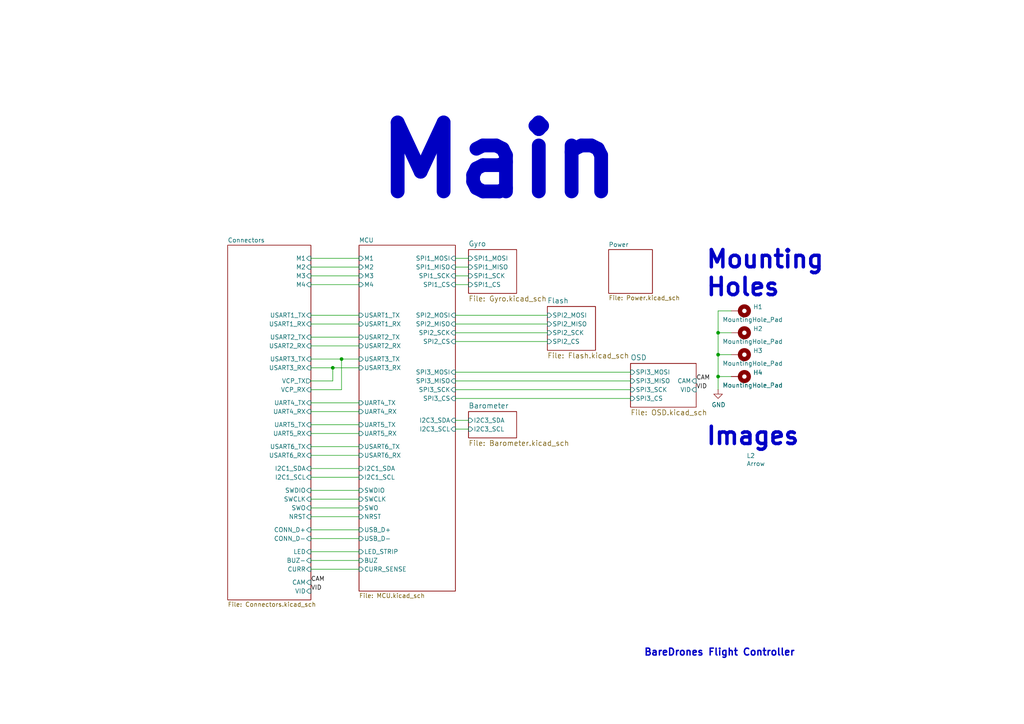
<source format=kicad_sch>
(kicad_sch (version 20231120) (generator "eeschema") (generator_version "8.0")
  (paper "A4")
  (lib_symbols
    (symbol "Logos:Arrow" (pin_names (offset 1.016))
      (property "Reference" "L" (at 0 2.54 0))
      (property "Value" "Logos_Arrow" (at 0 0 0))
    )
    (symbol "Logos:EGA" (pin_names (offset 1.016))
      (property "Reference" "L" (at 0 2.54 0))
      (property "Value" "Logos_EGA" (at 0 0 0))
    )
    (symbol "Mechanical:MountingHole_Pad" (pin_numbers hide) (pin_names (offset 1.016) hide) (exclude_from_sim yes) (in_bom no)
      (property "Reference" "H" (at 0 6.35 0))
      (property "Value" "MountingHole_Pad" (at 0 4.445 0))
      (symbol "MountingHole_Pad_0_1"
        (circle (center 0 1.27) (radius 1.27) (stroke (width 1.27)))
      )
      (symbol "MountingHole_Pad_1_1"
        (pin input line (at 0 -2.54 90) (length 2.54) (name "1") (number "1"))
      )
    )
    (symbol "power:GND" (power) (pin_numbers hide) (pin_names (offset 0) hide)
      (property "Value" "GND" (at 0 -3.81 0))
      (symbol "GND_0_1"
        (polyline (pts (xy 0 0) (xy 0 -1.27) (xy 1.27 -1.27) (xy 0 -2.54) (xy -1.27 -1.27) (xy 0 -1.27)))
      )
      (symbol "GND_1_1"
        (pin power_in line (at 0 0 270) (length 0) (name "~") (number "1"))
      )
    )
  )
  (junction (at 208.28 109.22))
  (junction (at 96.52 106.68))
  (junction (at 208.28 102.87))
  (junction (at 99.06 104.14))
  (junction (at 208.28 96.52))
  (wire (pts (xy 99.06 104.14) (xy 99.06 113.03)))
  (wire (pts (xy 212.09 96.52) (xy 208.28 96.52)))
  (wire (pts (xy 90.17 93.98) (xy 104.14 93.98)))
  (wire (pts (xy 99.06 104.14) (xy 104.14 104.14)))
  (wire (pts (xy 132.08 93.98) (xy 158.75 93.98)))
  (wire (pts (xy 90.17 104.14) (xy 99.06 104.14)))
  (wire (pts (xy 90.17 125.73) (xy 104.14 125.73)))
  (wire (pts (xy 90.17 113.03) (xy 99.06 113.03)))
  (wire (pts (xy 90.17 147.32) (xy 104.14 147.32)))
  (wire (pts (xy 96.52 106.68) (xy 96.52 110.49)))
  (wire (pts (xy 90.17 162.56) (xy 104.14 162.56)))
  (wire (pts (xy 132.08 99.06) (xy 158.75 99.06)))
  (wire (pts (xy 182.88 107.95) (xy 132.08 107.95)))
  (wire (pts (xy 90.17 142.24) (xy 104.14 142.24)))
  (wire (pts (xy 208.28 96.52) (xy 208.28 102.87)))
  (wire (pts (xy 212.09 90.17) (xy 208.28 90.17)))
  (wire (pts (xy 90.17 135.89) (xy 104.14 135.89)))
  (wire (pts (xy 132.08 124.46) (xy 135.89 124.46)))
  (wire (pts (xy 90.17 116.84) (xy 104.14 116.84)))
  (wire (pts (xy 132.08 113.03) (xy 182.88 113.03)))
  (wire (pts (xy 90.17 156.21) (xy 104.14 156.21)))
  (wire (pts (xy 90.17 160.02) (xy 104.14 160.02)))
  (wire (pts (xy 208.28 102.87) (xy 212.09 102.87)))
  (wire (pts (xy 208.28 109.22) (xy 208.28 113.03)))
  (wire (pts (xy 132.08 115.57) (xy 182.88 115.57)))
  (wire (pts (xy 208.28 102.87) (xy 208.28 109.22)))
  (wire (pts (xy 132.08 91.44) (xy 158.75 91.44)))
  (wire (pts (xy 96.52 106.68) (xy 104.14 106.68)))
  (wire (pts (xy 212.09 109.22) (xy 208.28 109.22)))
  (wire (pts (xy 90.17 129.54) (xy 104.14 129.54)))
  (wire (pts (xy 90.17 165.1) (xy 104.14 165.1)))
  (wire (pts (xy 132.08 121.92) (xy 135.89 121.92)))
  (wire (pts (xy 90.17 132.08) (xy 104.14 132.08)))
  (wire (pts (xy 90.17 100.33) (xy 104.14 100.33)))
  (wire (pts (xy 90.17 119.38) (xy 104.14 119.38)))
  (wire (pts (xy 132.08 77.47) (xy 135.89 77.47)))
  (wire (pts (xy 90.17 153.67) (xy 104.14 153.67)))
  (wire (pts (xy 90.17 144.78) (xy 104.14 144.78)))
  (wire (pts (xy 132.08 74.93) (xy 135.89 74.93)))
  (wire (pts (xy 132.08 82.55) (xy 135.89 82.55)))
  (wire (pts (xy 132.08 110.49) (xy 182.88 110.49)))
  (wire (pts (xy 90.17 123.19) (xy 104.14 123.19)))
  (wire (pts (xy 90.17 106.68) (xy 96.52 106.68)))
  (wire (pts (xy 90.17 97.79) (xy 104.14 97.79)))
  (wire (pts (xy 208.28 90.17) (xy 208.28 96.52)))
  (wire (pts (xy 90.17 138.43) (xy 104.14 138.43)))
  (wire (pts (xy 90.17 110.49) (xy 96.52 110.49)))
  (wire (pts (xy 132.08 80.01) (xy 135.89 80.01)))
  (wire (pts (xy 90.17 82.55) (xy 104.14 82.55)))
  (wire (pts (xy 90.17 149.86) (xy 104.14 149.86)))
  (wire (pts (xy 90.17 74.93) (xy 104.14 74.93)))
  (wire (pts (xy 90.17 77.47) (xy 104.14 77.47)))
  (wire (pts (xy 90.17 80.01) (xy 104.14 80.01)))
  (wire (pts (xy 132.08 96.52) (xy 158.75 96.52)))
  (wire (pts (xy 90.17 91.44) (xy 104.14 91.44)))
  (text "BareDrones Flight Controller" (at 186.69 190.5 0) (effects (font (size 2.0066 2.0066) (thickness 0.4013) (bold yes)) (justify left bottom)))
  (text "Mounting \nHoles" (at 204.47 86.36 0) (effects (font (size 5.0038 5.0038) (thickness 1.0008) (bold yes)) (justify left bottom)))
  (text "Main" (at 107.95 58.42 0) (effects (font (size 19.9898 19.9898) (thickness 3.998) (bold yes)) (justify left bottom)))
  (text "Images" (at 204.47 129.54 0) (effects (font (size 5.0038 5.0038) (thickness 1.0008) (bold yes)) (justify left bottom)))
  (label "VID" (at 201.93 113.03 0))
  (label "CAM" (at 201.93 110.49 0))
  (label "VID" (at 90.17 171.45 0))
  (label "CAM" (at 90.17 168.91 0))
  (symbol (lib_id "Mechanical:MountingHole_Pad") (at 214.63 90.17 270) (unit 1)
    (property "Reference" "H1" (at 218.44 89.0016 90) (effects (justify left)))
    (property "Value" "MountingHole_Pad" (at 209.55 92.71 90) (effects (justify left)))
    (property "Footprint" "JPW_Footprints:M3_Mounting_Hole" (effects (hide yes)))
    (property "Description" "Mounting Hole with connection" (effects (hide yes)))
  )
  (symbol (lib_id "Mechanical:MountingHole_Pad") (at 214.63 96.52 270) (unit 1)
    (property "Reference" "H2" (at 218.44 95.3516 90) (effects (justify left)))
    (property "Value" "MountingHole_Pad" (at 209.55 99.06 90) (effects (justify left)))
    (property "Footprint" "JPW_Footprints:M3_Mounting_Hole" (effects (hide yes)))
    (property "Description" "Mounting Hole with connection" (effects (hide yes)))
  )
  (symbol (lib_id "Mechanical:MountingHole_Pad") (at 214.63 102.87 270) (unit 1)
    (property "Reference" "H3" (at 218.44 101.7016 90) (effects (justify left)))
    (property "Value" "MountingHole_Pad" (at 209.55 105.41 90) (effects (justify left)))
    (property "Footprint" "JPW_Footprints:M3_Mounting_Hole" (effects (hide yes)))
    (property "Description" "Mounting Hole with connection" (effects (hide yes)))
  )
  (symbol (lib_id "Mechanical:MountingHole_Pad") (at 214.63 109.22 270) (unit 1)
    (property "Reference" "H4" (at 218.44 108.0516 90) (effects (justify left)))
    (property "Value" "MountingHole_Pad" (at 209.55 111.76 90) (effects (justify left)))
    (property "Footprint" "JPW_Footprints:M3_Mounting_Hole" (effects (hide yes)))
    (property "Description" "Mounting Hole with connection" (effects (hide yes)))
  )
  (symbol (lib_id "power:GND") (at 208.28 113.03 0) (unit 1)
    (property "Reference" "#PWR01" (effects (hide yes)))
    (property "Value" "GND" (at 208.407 117.4242 0))
    (property "Description" "Power symbol creates a global label with name \"GND\" , ground" (effects (hide yes)))
  )
  (symbol (lib_id "Logos:EGA") (at 210.82 133.35 0) (unit 1)
    (property "Reference" "L1" (effects (hide yes)))
    (property "Value" "EGA" (effects (hide yes)))
    (property "Footprint" "JPW_Footprints:EGA" (effects (hide yes)))
  )
  (symbol (lib_id "Logos:Arrow") (at 215.9 133.35 0) (unit 1)
    (property "Reference" "L2" (at 216.535 132.1816 0) (effects (justify left)))
    (property "Value" "Arrow" (at 216.535 134.493 0) (effects (justify left)))
    (property "Footprint" "JPW_Footprints:Arrow" (effects (hide yes)))
  )
  (sheet (at 104.14 71.12) (size 27.94 100.33)
    (property "Sheetname" "MCU" (at 104.14 70.4084 0) (effects (justify left bottom)))
    (property "Sheetfile" "MCU.kicad_sch" (at 104.14 172.0346 0) (effects (justify left top)))
    (pin "SPI1_CS" input (at 132.08 82.55 0))
    (pin "SPI1_SCK" input (at 132.08 80.01 0))
    (pin "SPI1_MISO" input (at 132.08 77.47 0))
    (pin "SPI1_MOSI" input (at 132.08 74.93 0))
    (pin "USART2_TX" input (at 104.14 97.79 180))
    (pin "USART2_RX" input (at 104.14 100.33 180))
    (pin "M1" input (at 104.14 74.93 180))
    (pin "SPI3_CS" input (at 132.08 115.57 0))
    (pin "M4" input (at 104.14 82.55 180))
    (pin "M3" input (at 104.14 80.01 180))
    (pin "USART3_TX" input (at 104.14 104.14 180))
    (pin "USART3_RX" input (at 104.14 106.68 180))
    (pin "SPI2_CS" input (at 132.08 99.06 0))
    (pin "SPI2_SCK" input (at 132.08 96.52 0))
    (pin "SPI2_MISO" input (at 132.08 93.98 0))
    (pin "SPI2_MOSI" input (at 132.08 91.44 0))
    (pin "SPI3_MOSI" input (at 132.08 107.95 0))
    (pin "SPI3_MISO" input (at 132.08 110.49 0))
    (pin "SPI3_SCK" input (at 132.08 113.03 0))
    (pin "M2" input (at 104.14 77.47 180))
    (pin "BUZ" input (at 104.14 162.56 180))
    (pin "USART1_RX" input (at 104.14 93.98 180))
    (pin "USART1_TX" input (at 104.14 91.44 180))
    (pin "UART5_RX" input (at 104.14 125.73 180))
    (pin "USART6_TX" input (at 104.14 129.54 180))
    (pin "I2C3_SDA" input (at 132.08 121.92 0))
    (pin "UART5_TX" input (at 104.14 123.19 180))
    (pin "UART4_TX" input (at 104.14 116.84 180))
    (pin "UART4_RX" input (at 104.14 119.38 180))
    (pin "I2C3_SCL" input (at 132.08 124.46 0))
    (pin "USART6_RX" input (at 104.14 132.08 180))
    (pin "NRST" input (at 104.14 149.86 180))
    (pin "CURR_SENSE" input (at 104.14 165.1 180))
    (pin "SWDIO" input (at 104.14 142.24 180))
    (pin "SWO" input (at 104.14 147.32 180))
    (pin "SWCLK" input (at 104.14 144.78 180))
    (pin "LED_STRIP" input (at 104.14 160.02 180))
    (pin "I2C1_SDA" input (at 104.14 135.89 180))
    (pin "I2C1_SCL" input (at 104.14 138.43 180))
    (pin "USB_D+" input (at 104.14 153.67 180))
    (pin "USB_D-" input (at 104.14 156.21 180))
  )
  (sheet (at 176.53 72.39) (size 12.7 12.7)
    (property "Sheetname" "Power" (at 176.53 71.6784 0) (effects (justify left bottom)))
    (property "Sheetfile" "Power.kicad_sch" (at 176.53 85.6746 0) (effects (justify left top)))
  )
  (sheet (at 66.04 71.12) (size 24.13 102.87)
    (property "Sheetname" "Connectors" (at 66.04 70.4084 0) (effects (justify left bottom)))
    (property "Sheetfile" "Connectors.kicad_sch" (at 66.04 174.5746 0) (effects (justify left top)))
    (pin "M2" input (at 90.17 77.47 0))
    (pin "M1" input (at 90.17 74.93 0))
    (pin "M3" input (at 90.17 80.01 0))
    (pin "SWO" input (at 90.17 147.32 0))
    (pin "SWDIO" input (at 90.17 142.24 0))
    (pin "CAM" input (at 90.17 168.91 0))
    (pin "SWCLK" input (at 90.17 144.78 0))
    (pin "CURR" input (at 90.17 165.1 0))
    (pin "NRST" input (at 90.17 149.86 0))
    (pin "VID" input (at 90.17 171.45 0))
    (pin "M4" input (at 90.17 82.55 0))
    (pin "I2C1_SDA" input (at 90.17 135.89 0))
    (pin "BUZ-" input (at 90.17 162.56 0))
    (pin "I2C1_SCL" input (at 90.17 138.43 0))
    (pin "LED" input (at 90.17 160.02 0))
    (pin "USART6_RX" input (at 90.17 132.08 0))
    (pin "USART2_RX" input (at 90.17 100.33 0))
    (pin "USART2_TX" input (at 90.17 97.79 0))
    (pin "USART3_RX" input (at 90.17 106.68 0))
    (pin "USART1_TX" input (at 90.17 91.44 0))
    (pin "USART3_TX" input (at 90.17 104.14 0))
    (pin "USART6_TX" input (at 90.17 129.54 0))
    (pin "USART1_RX" input (at 90.17 93.98 0))
    (pin "UART4_RX" input (at 90.17 119.38 0))
    (pin "UART4_TX" input (at 90.17 116.84 0))
    (pin "UART5_RX" input (at 90.17 125.73 0))
    (pin "UART5_TX" input (at 90.17 123.19 0))
    (pin "CONN_D+" input (at 90.17 153.67 0))
    (pin "CONN_D-" input (at 90.17 156.21 0))
    (pin "VCP_RX" input (at 90.17 113.03 0))
    (pin "VCP_TX" output (at 90.17 110.49 0))
  )
  (sheet (at 182.88 105.41) (size 19.05 12.7)
    (property "Sheetname" "OSD" (at 182.88 104.5841 0) (effects (font (size 1.4986 1.4986)) (justify left bottom)))
    (property "Sheetfile" "OSD.kicad_sch" (at 182.88 118.786 0) (effects (font (size 1.4986 1.4986)) (justify left top)))
    (pin "SPI3_SCK" input (at 182.88 113.03 180))
    (pin "SPI3_MOSI" input (at 182.88 107.95 180))
    (pin "SPI3_MISO" input (at 182.88 110.49 180))
    (pin "VID" input (at 201.93 113.03 0))
    (pin "CAM" input (at 201.93 110.49 0))
    (pin "SPI3_CS" input (at 182.88 115.57 180))
  )
  (sheet (at 135.89 72.39) (size 13.97 12.7)
    (property "Sheetname" "Gyro" (at 135.89 71.5641 0) (effects (font (size 1.4986 1.4986)) (justify left bottom)))
    (property "Sheetfile" "Gyro.kicad_sch" (at 135.89 85.766 0) (effects (font (size 1.4986 1.4986)) (justify left top)))
    (pin "SPI1_MOSI" input (at 135.89 74.93 180))
    (pin "SPI1_MISO" input (at 135.89 77.47 180))
    (pin "SPI1_SCK" input (at 135.89 80.01 180))
    (pin "SPI1_CS" input (at 135.89 82.55 180))
  )
  (sheet (at 135.89 119.38) (size 13.97 7.62)
    (property "Sheetname" "Barometer" (at 135.89 118.5541 0) (effects (font (size 1.4986 1.4986)) (justify left bottom)))
    (property "Sheetfile" "Barometer.kicad_sch" (at 135.89 127.676 0) (effects (font (size 1.4986 1.4986)) (justify left top)))
    (pin "I2C3_SDA" input (at 135.89 121.92 180))
    (pin "I2C3_SCL" input (at 135.89 124.46 180))
  )
  (sheet (at 158.75 88.9) (size 13.97 12.7)
    (property "Sheetname" "Flash" (at 158.75 88.0741 0) (effects (font (size 1.4986 1.4986)) (justify left bottom)))
    (property "Sheetfile" "Flash.kicad_sch" (at 158.75 102.276 0) (effects (font (size 1.4986 1.4986)) (justify left top)))
    (pin "SPI2_CS" input (at 158.75 99.06 180))
    (pin "SPI2_SCK" input (at 158.75 96.52 180))
    (pin "SPI2_MOSI" input (at 158.75 91.44 180))
    (pin "SPI2_MISO" input (at 158.75 93.98 180))
  )
)
</source>
